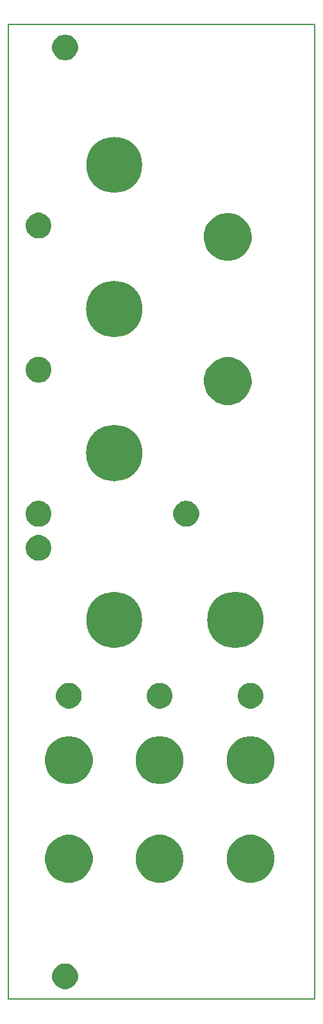
<source format=gbr>
%TF.GenerationSoftware,KiCad,Pcbnew,(5.0.1)-3*%
%TF.CreationDate,2019-04-27T14:44:02+01:00*%
%TF.ProjectId,Fractional clock divider panel,4672616374696F6E616C20636C6F636B,rev?*%
%TF.SameCoordinates,Original*%
%TF.FileFunction,Soldermask,Top*%
%TF.FilePolarity,Negative*%
%FSLAX46Y46*%
G04 Gerber Fmt 4.6, Leading zero omitted, Abs format (unit mm)*
G04 Created by KiCad (PCBNEW (5.0.1)-3) date 27/04/2019 14:44:02*
%MOMM*%
%LPD*%
G01*
G04 APERTURE LIST*
%ADD10C,0.150000*%
%ADD11C,0.100000*%
G04 APERTURE END LIST*
D10*
X51640055Y-94500000D02*
G75*
G03X51640055Y-94500000I-3640055J0D01*
G01*
X35605551Y-94500000D02*
G75*
G03X35605551Y-94500000I-3605551J0D01*
G01*
X35640055Y-72500000D02*
G75*
G03X35640055Y-72500000I-3640055J0D01*
G01*
X35640055Y-53500000D02*
G75*
G03X35640055Y-53500000I-3640055J0D01*
G01*
X35605551Y-34500000D02*
G75*
G03X35605551Y-34500000I-3605551J0D01*
G01*
X18000000Y-144500000D02*
X18000000Y-16000000D01*
X58500000Y-144500000D02*
X18000000Y-144500000D01*
X18000000Y-16000000D02*
X58500000Y-16000000D01*
X58500000Y-16000000D02*
X58500000Y-144500000D01*
D11*
G36*
X25996160Y-139864368D02*
X25996162Y-139864369D01*
X25996163Y-139864369D01*
X26110514Y-139911735D01*
X26305726Y-139992594D01*
X26584327Y-140178749D01*
X26821251Y-140415673D01*
X27007406Y-140694274D01*
X27135632Y-141003840D01*
X27201000Y-141332465D01*
X27201000Y-141667535D01*
X27135632Y-141996160D01*
X27007406Y-142305726D01*
X26821251Y-142584327D01*
X26584327Y-142821251D01*
X26305726Y-143007406D01*
X26110514Y-143088265D01*
X25996163Y-143135631D01*
X25996162Y-143135631D01*
X25996160Y-143135632D01*
X25667535Y-143201000D01*
X25332465Y-143201000D01*
X25003840Y-143135632D01*
X25003838Y-143135631D01*
X25003837Y-143135631D01*
X24889486Y-143088265D01*
X24694274Y-143007406D01*
X24415673Y-142821251D01*
X24178749Y-142584327D01*
X23992594Y-142305726D01*
X23864368Y-141996160D01*
X23799000Y-141667535D01*
X23799000Y-141332465D01*
X23864368Y-141003840D01*
X23992594Y-140694274D01*
X24178749Y-140415673D01*
X24415673Y-140178749D01*
X24694274Y-139992594D01*
X24889486Y-139911735D01*
X25003837Y-139864369D01*
X25003838Y-139864369D01*
X25003840Y-139864368D01*
X25332465Y-139799000D01*
X25667535Y-139799000D01*
X25996160Y-139864368D01*
X25996160Y-139864368D01*
G37*
G36*
X50716191Y-122929727D02*
X50919113Y-122970091D01*
X51492558Y-123207620D01*
X52005165Y-123550134D01*
X52008648Y-123552461D01*
X52447539Y-123991352D01*
X52447541Y-123991355D01*
X52792380Y-124507442D01*
X53029909Y-125080887D01*
X53151000Y-125689654D01*
X53151000Y-126310346D01*
X53029909Y-126919113D01*
X52792380Y-127492558D01*
X52449866Y-128005165D01*
X52447539Y-128008648D01*
X52008648Y-128447539D01*
X52008645Y-128447541D01*
X51492558Y-128792380D01*
X50919113Y-129029909D01*
X50716191Y-129070273D01*
X50310348Y-129151000D01*
X49689652Y-129151000D01*
X49283809Y-129070273D01*
X49080887Y-129029909D01*
X48507442Y-128792380D01*
X47991355Y-128447541D01*
X47991352Y-128447539D01*
X47552461Y-128008648D01*
X47550134Y-128005165D01*
X47207620Y-127492558D01*
X46970091Y-126919113D01*
X46849000Y-126310346D01*
X46849000Y-125689654D01*
X46970091Y-125080887D01*
X47207620Y-124507442D01*
X47552459Y-123991355D01*
X47552461Y-123991352D01*
X47991352Y-123552461D01*
X47994835Y-123550134D01*
X48507442Y-123207620D01*
X49080887Y-122970091D01*
X49283809Y-122929727D01*
X49689652Y-122849000D01*
X50310348Y-122849000D01*
X50716191Y-122929727D01*
X50716191Y-122929727D01*
G37*
G36*
X38716191Y-122929727D02*
X38919113Y-122970091D01*
X39492558Y-123207620D01*
X40005165Y-123550134D01*
X40008648Y-123552461D01*
X40447539Y-123991352D01*
X40447541Y-123991355D01*
X40792380Y-124507442D01*
X41029909Y-125080887D01*
X41151000Y-125689654D01*
X41151000Y-126310346D01*
X41029909Y-126919113D01*
X40792380Y-127492558D01*
X40449866Y-128005165D01*
X40447539Y-128008648D01*
X40008648Y-128447539D01*
X40008645Y-128447541D01*
X39492558Y-128792380D01*
X38919113Y-129029909D01*
X38716191Y-129070273D01*
X38310348Y-129151000D01*
X37689652Y-129151000D01*
X37283809Y-129070273D01*
X37080887Y-129029909D01*
X36507442Y-128792380D01*
X35991355Y-128447541D01*
X35991352Y-128447539D01*
X35552461Y-128008648D01*
X35550134Y-128005165D01*
X35207620Y-127492558D01*
X34970091Y-126919113D01*
X34849000Y-126310346D01*
X34849000Y-125689654D01*
X34970091Y-125080887D01*
X35207620Y-124507442D01*
X35552459Y-123991355D01*
X35552461Y-123991352D01*
X35991352Y-123552461D01*
X35994835Y-123550134D01*
X36507442Y-123207620D01*
X37080887Y-122970091D01*
X37283809Y-122929727D01*
X37689652Y-122849000D01*
X38310348Y-122849000D01*
X38716191Y-122929727D01*
X38716191Y-122929727D01*
G37*
G36*
X26716191Y-122929727D02*
X26919113Y-122970091D01*
X27492558Y-123207620D01*
X28005165Y-123550134D01*
X28008648Y-123552461D01*
X28447539Y-123991352D01*
X28447541Y-123991355D01*
X28792380Y-124507442D01*
X29029909Y-125080887D01*
X29151000Y-125689654D01*
X29151000Y-126310346D01*
X29029909Y-126919113D01*
X28792380Y-127492558D01*
X28449866Y-128005165D01*
X28447539Y-128008648D01*
X28008648Y-128447539D01*
X28008645Y-128447541D01*
X27492558Y-128792380D01*
X26919113Y-129029909D01*
X26716191Y-129070273D01*
X26310348Y-129151000D01*
X25689652Y-129151000D01*
X25283809Y-129070273D01*
X25080887Y-129029909D01*
X24507442Y-128792380D01*
X23991355Y-128447541D01*
X23991352Y-128447539D01*
X23552461Y-128008648D01*
X23550134Y-128005165D01*
X23207620Y-127492558D01*
X22970091Y-126919113D01*
X22849000Y-126310346D01*
X22849000Y-125689654D01*
X22970091Y-125080887D01*
X23207620Y-124507442D01*
X23552459Y-123991355D01*
X23552461Y-123991352D01*
X23991352Y-123552461D01*
X23994835Y-123550134D01*
X24507442Y-123207620D01*
X25080887Y-122970091D01*
X25283809Y-122929727D01*
X25689652Y-122849000D01*
X26310348Y-122849000D01*
X26716191Y-122929727D01*
X26716191Y-122929727D01*
G37*
G36*
X38716191Y-109929727D02*
X38919113Y-109970091D01*
X39492558Y-110207620D01*
X40005165Y-110550134D01*
X40008648Y-110552461D01*
X40447539Y-110991352D01*
X40447541Y-110991355D01*
X40792380Y-111507442D01*
X41029909Y-112080887D01*
X41151000Y-112689654D01*
X41151000Y-113310346D01*
X41029909Y-113919113D01*
X40792380Y-114492558D01*
X40449866Y-115005165D01*
X40447539Y-115008648D01*
X40008648Y-115447539D01*
X40008645Y-115447541D01*
X39492558Y-115792380D01*
X38919113Y-116029909D01*
X38716191Y-116070273D01*
X38310348Y-116151000D01*
X37689652Y-116151000D01*
X37283809Y-116070273D01*
X37080887Y-116029909D01*
X36507442Y-115792380D01*
X35991355Y-115447541D01*
X35991352Y-115447539D01*
X35552461Y-115008648D01*
X35550134Y-115005165D01*
X35207620Y-114492558D01*
X34970091Y-113919113D01*
X34849000Y-113310346D01*
X34849000Y-112689654D01*
X34970091Y-112080887D01*
X35207620Y-111507442D01*
X35552459Y-110991355D01*
X35552461Y-110991352D01*
X35991352Y-110552461D01*
X35994835Y-110550134D01*
X36507442Y-110207620D01*
X37080887Y-109970091D01*
X37283809Y-109929727D01*
X37689652Y-109849000D01*
X38310348Y-109849000D01*
X38716191Y-109929727D01*
X38716191Y-109929727D01*
G37*
G36*
X50716191Y-109929727D02*
X50919113Y-109970091D01*
X51492558Y-110207620D01*
X52005165Y-110550134D01*
X52008648Y-110552461D01*
X52447539Y-110991352D01*
X52447541Y-110991355D01*
X52792380Y-111507442D01*
X53029909Y-112080887D01*
X53151000Y-112689654D01*
X53151000Y-113310346D01*
X53029909Y-113919113D01*
X52792380Y-114492558D01*
X52449866Y-115005165D01*
X52447539Y-115008648D01*
X52008648Y-115447539D01*
X52008645Y-115447541D01*
X51492558Y-115792380D01*
X50919113Y-116029909D01*
X50716191Y-116070273D01*
X50310348Y-116151000D01*
X49689652Y-116151000D01*
X49283809Y-116070273D01*
X49080887Y-116029909D01*
X48507442Y-115792380D01*
X47991355Y-115447541D01*
X47991352Y-115447539D01*
X47552461Y-115008648D01*
X47550134Y-115005165D01*
X47207620Y-114492558D01*
X46970091Y-113919113D01*
X46849000Y-113310346D01*
X46849000Y-112689654D01*
X46970091Y-112080887D01*
X47207620Y-111507442D01*
X47552459Y-110991355D01*
X47552461Y-110991352D01*
X47991352Y-110552461D01*
X47994835Y-110550134D01*
X48507442Y-110207620D01*
X49080887Y-109970091D01*
X49283809Y-109929727D01*
X49689652Y-109849000D01*
X50310348Y-109849000D01*
X50716191Y-109929727D01*
X50716191Y-109929727D01*
G37*
G36*
X26716191Y-109929727D02*
X26919113Y-109970091D01*
X27492558Y-110207620D01*
X28005165Y-110550134D01*
X28008648Y-110552461D01*
X28447539Y-110991352D01*
X28447541Y-110991355D01*
X28792380Y-111507442D01*
X29029909Y-112080887D01*
X29151000Y-112689654D01*
X29151000Y-113310346D01*
X29029909Y-113919113D01*
X28792380Y-114492558D01*
X28449866Y-115005165D01*
X28447539Y-115008648D01*
X28008648Y-115447539D01*
X28008645Y-115447541D01*
X27492558Y-115792380D01*
X26919113Y-116029909D01*
X26716191Y-116070273D01*
X26310348Y-116151000D01*
X25689652Y-116151000D01*
X25283809Y-116070273D01*
X25080887Y-116029909D01*
X24507442Y-115792380D01*
X23991355Y-115447541D01*
X23991352Y-115447539D01*
X23552461Y-115008648D01*
X23550134Y-115005165D01*
X23207620Y-114492558D01*
X22970091Y-113919113D01*
X22849000Y-113310346D01*
X22849000Y-112689654D01*
X22970091Y-112080887D01*
X23207620Y-111507442D01*
X23552459Y-110991355D01*
X23552461Y-110991352D01*
X23991352Y-110552461D01*
X23994835Y-110550134D01*
X24507442Y-110207620D01*
X25080887Y-109970091D01*
X25283809Y-109929727D01*
X25689652Y-109849000D01*
X26310348Y-109849000D01*
X26716191Y-109929727D01*
X26716191Y-109929727D01*
G37*
G36*
X50496160Y-102864368D02*
X50496162Y-102864369D01*
X50496163Y-102864369D01*
X50610514Y-102911735D01*
X50805726Y-102992594D01*
X51084327Y-103178749D01*
X51321251Y-103415673D01*
X51507406Y-103694274D01*
X51635632Y-104003840D01*
X51701000Y-104332465D01*
X51701000Y-104667535D01*
X51635632Y-104996160D01*
X51507406Y-105305726D01*
X51321251Y-105584327D01*
X51084327Y-105821251D01*
X50805726Y-106007406D01*
X50610514Y-106088265D01*
X50496163Y-106135631D01*
X50496162Y-106135631D01*
X50496160Y-106135632D01*
X50167535Y-106201000D01*
X49832465Y-106201000D01*
X49503840Y-106135632D01*
X49503838Y-106135631D01*
X49503837Y-106135631D01*
X49389486Y-106088265D01*
X49194274Y-106007406D01*
X48915673Y-105821251D01*
X48678749Y-105584327D01*
X48492594Y-105305726D01*
X48364368Y-104996160D01*
X48299000Y-104667535D01*
X48299000Y-104332465D01*
X48364368Y-104003840D01*
X48492594Y-103694274D01*
X48678749Y-103415673D01*
X48915673Y-103178749D01*
X49194274Y-102992594D01*
X49389486Y-102911735D01*
X49503837Y-102864369D01*
X49503838Y-102864369D01*
X49503840Y-102864368D01*
X49832465Y-102799000D01*
X50167535Y-102799000D01*
X50496160Y-102864368D01*
X50496160Y-102864368D01*
G37*
G36*
X26496160Y-102864368D02*
X26496162Y-102864369D01*
X26496163Y-102864369D01*
X26610514Y-102911735D01*
X26805726Y-102992594D01*
X27084327Y-103178749D01*
X27321251Y-103415673D01*
X27507406Y-103694274D01*
X27635632Y-104003840D01*
X27701000Y-104332465D01*
X27701000Y-104667535D01*
X27635632Y-104996160D01*
X27507406Y-105305726D01*
X27321251Y-105584327D01*
X27084327Y-105821251D01*
X26805726Y-106007406D01*
X26610514Y-106088265D01*
X26496163Y-106135631D01*
X26496162Y-106135631D01*
X26496160Y-106135632D01*
X26167535Y-106201000D01*
X25832465Y-106201000D01*
X25503840Y-106135632D01*
X25503838Y-106135631D01*
X25503837Y-106135631D01*
X25389486Y-106088265D01*
X25194274Y-106007406D01*
X24915673Y-105821251D01*
X24678749Y-105584327D01*
X24492594Y-105305726D01*
X24364368Y-104996160D01*
X24299000Y-104667535D01*
X24299000Y-104332465D01*
X24364368Y-104003840D01*
X24492594Y-103694274D01*
X24678749Y-103415673D01*
X24915673Y-103178749D01*
X25194274Y-102992594D01*
X25389486Y-102911735D01*
X25503837Y-102864369D01*
X25503838Y-102864369D01*
X25503840Y-102864368D01*
X25832465Y-102799000D01*
X26167535Y-102799000D01*
X26496160Y-102864368D01*
X26496160Y-102864368D01*
G37*
G36*
X38496160Y-102864368D02*
X38496162Y-102864369D01*
X38496163Y-102864369D01*
X38610514Y-102911735D01*
X38805726Y-102992594D01*
X39084327Y-103178749D01*
X39321251Y-103415673D01*
X39507406Y-103694274D01*
X39635632Y-104003840D01*
X39701000Y-104332465D01*
X39701000Y-104667535D01*
X39635632Y-104996160D01*
X39507406Y-105305726D01*
X39321251Y-105584327D01*
X39084327Y-105821251D01*
X38805726Y-106007406D01*
X38610514Y-106088265D01*
X38496163Y-106135631D01*
X38496162Y-106135631D01*
X38496160Y-106135632D01*
X38167535Y-106201000D01*
X37832465Y-106201000D01*
X37503840Y-106135632D01*
X37503838Y-106135631D01*
X37503837Y-106135631D01*
X37389486Y-106088265D01*
X37194274Y-106007406D01*
X36915673Y-105821251D01*
X36678749Y-105584327D01*
X36492594Y-105305726D01*
X36364368Y-104996160D01*
X36299000Y-104667535D01*
X36299000Y-104332465D01*
X36364368Y-104003840D01*
X36492594Y-103694274D01*
X36678749Y-103415673D01*
X36915673Y-103178749D01*
X37194274Y-102992594D01*
X37389486Y-102911735D01*
X37503837Y-102864369D01*
X37503838Y-102864369D01*
X37503840Y-102864368D01*
X37832465Y-102799000D01*
X38167535Y-102799000D01*
X38496160Y-102864368D01*
X38496160Y-102864368D01*
G37*
G36*
X32594714Y-90895769D02*
X33064958Y-90989306D01*
X33729397Y-91264525D01*
X34327377Y-91664083D01*
X34835917Y-92172623D01*
X35235475Y-92770603D01*
X35510694Y-93435042D01*
X35651000Y-94140408D01*
X35651000Y-94859592D01*
X35510694Y-95564958D01*
X35235475Y-96229397D01*
X34835917Y-96827377D01*
X34327377Y-97335917D01*
X33729397Y-97735475D01*
X33064958Y-98010694D01*
X32594714Y-98104231D01*
X32359593Y-98151000D01*
X31640407Y-98151000D01*
X31405286Y-98104231D01*
X30935042Y-98010694D01*
X30270603Y-97735475D01*
X29672623Y-97335917D01*
X29164083Y-96827377D01*
X28764525Y-96229397D01*
X28489306Y-95564958D01*
X28349000Y-94859592D01*
X28349000Y-94140408D01*
X28489306Y-93435042D01*
X28764525Y-92770603D01*
X29164083Y-92172623D01*
X29672623Y-91664083D01*
X30270603Y-91264525D01*
X30935042Y-90989306D01*
X31405286Y-90895769D01*
X31640407Y-90849000D01*
X32359593Y-90849000D01*
X32594714Y-90895769D01*
X32594714Y-90895769D01*
G37*
G36*
X48594714Y-90895769D02*
X49064958Y-90989306D01*
X49729397Y-91264525D01*
X50327377Y-91664083D01*
X50835917Y-92172623D01*
X51235475Y-92770603D01*
X51510694Y-93435042D01*
X51651000Y-94140408D01*
X51651000Y-94859592D01*
X51510694Y-95564958D01*
X51235475Y-96229397D01*
X50835917Y-96827377D01*
X50327377Y-97335917D01*
X49729397Y-97735475D01*
X49064958Y-98010694D01*
X48594714Y-98104231D01*
X48359593Y-98151000D01*
X47640407Y-98151000D01*
X47405286Y-98104231D01*
X46935042Y-98010694D01*
X46270603Y-97735475D01*
X45672623Y-97335917D01*
X45164083Y-96827377D01*
X44764525Y-96229397D01*
X44489306Y-95564958D01*
X44349000Y-94859592D01*
X44349000Y-94140408D01*
X44489306Y-93435042D01*
X44764525Y-92770603D01*
X45164083Y-92172623D01*
X45672623Y-91664083D01*
X46270603Y-91264525D01*
X46935042Y-90989306D01*
X47405286Y-90895769D01*
X47640407Y-90849000D01*
X48359593Y-90849000D01*
X48594714Y-90895769D01*
X48594714Y-90895769D01*
G37*
G36*
X22496160Y-83364368D02*
X22496162Y-83364369D01*
X22496163Y-83364369D01*
X22610514Y-83411735D01*
X22805726Y-83492594D01*
X23084327Y-83678749D01*
X23321251Y-83915673D01*
X23507406Y-84194274D01*
X23635632Y-84503840D01*
X23701000Y-84832465D01*
X23701000Y-85167535D01*
X23635632Y-85496160D01*
X23507406Y-85805726D01*
X23321251Y-86084327D01*
X23084327Y-86321251D01*
X22805726Y-86507406D01*
X22610514Y-86588265D01*
X22496163Y-86635631D01*
X22496162Y-86635631D01*
X22496160Y-86635632D01*
X22167535Y-86701000D01*
X21832465Y-86701000D01*
X21503840Y-86635632D01*
X21503838Y-86635631D01*
X21503837Y-86635631D01*
X21389486Y-86588265D01*
X21194274Y-86507406D01*
X20915673Y-86321251D01*
X20678749Y-86084327D01*
X20492594Y-85805726D01*
X20364368Y-85496160D01*
X20299000Y-85167535D01*
X20299000Y-84832465D01*
X20364368Y-84503840D01*
X20492594Y-84194274D01*
X20678749Y-83915673D01*
X20915673Y-83678749D01*
X21194274Y-83492594D01*
X21389486Y-83411735D01*
X21503837Y-83364369D01*
X21503838Y-83364369D01*
X21503840Y-83364368D01*
X21832465Y-83299000D01*
X22167535Y-83299000D01*
X22496160Y-83364368D01*
X22496160Y-83364368D01*
G37*
G36*
X22496160Y-78864368D02*
X22496162Y-78864369D01*
X22496163Y-78864369D01*
X22610514Y-78911735D01*
X22805726Y-78992594D01*
X23084327Y-79178749D01*
X23321251Y-79415673D01*
X23507406Y-79694274D01*
X23635632Y-80003840D01*
X23701000Y-80332465D01*
X23701000Y-80667535D01*
X23635632Y-80996160D01*
X23507406Y-81305726D01*
X23321251Y-81584327D01*
X23084327Y-81821251D01*
X22805726Y-82007406D01*
X22610514Y-82088265D01*
X22496163Y-82135631D01*
X22496162Y-82135631D01*
X22496160Y-82135632D01*
X22167535Y-82201000D01*
X21832465Y-82201000D01*
X21503840Y-82135632D01*
X21503838Y-82135631D01*
X21503837Y-82135631D01*
X21389486Y-82088265D01*
X21194274Y-82007406D01*
X20915673Y-81821251D01*
X20678749Y-81584327D01*
X20492594Y-81305726D01*
X20364368Y-80996160D01*
X20299000Y-80667535D01*
X20299000Y-80332465D01*
X20364368Y-80003840D01*
X20492594Y-79694274D01*
X20678749Y-79415673D01*
X20915673Y-79178749D01*
X21194274Y-78992594D01*
X21389486Y-78911735D01*
X21503837Y-78864369D01*
X21503838Y-78864369D01*
X21503840Y-78864368D01*
X21832465Y-78799000D01*
X22167535Y-78799000D01*
X22496160Y-78864368D01*
X22496160Y-78864368D01*
G37*
G36*
X41996160Y-78864368D02*
X41996162Y-78864369D01*
X41996163Y-78864369D01*
X42110514Y-78911735D01*
X42305726Y-78992594D01*
X42584327Y-79178749D01*
X42821251Y-79415673D01*
X43007406Y-79694274D01*
X43135632Y-80003840D01*
X43201000Y-80332465D01*
X43201000Y-80667535D01*
X43135632Y-80996160D01*
X43007406Y-81305726D01*
X42821251Y-81584327D01*
X42584327Y-81821251D01*
X42305726Y-82007406D01*
X42110514Y-82088265D01*
X41996163Y-82135631D01*
X41996162Y-82135631D01*
X41996160Y-82135632D01*
X41667535Y-82201000D01*
X41332465Y-82201000D01*
X41003840Y-82135632D01*
X41003838Y-82135631D01*
X41003837Y-82135631D01*
X40889486Y-82088265D01*
X40694274Y-82007406D01*
X40415673Y-81821251D01*
X40178749Y-81584327D01*
X39992594Y-81305726D01*
X39864368Y-80996160D01*
X39799000Y-80667535D01*
X39799000Y-80332465D01*
X39864368Y-80003840D01*
X39992594Y-79694274D01*
X40178749Y-79415673D01*
X40415673Y-79178749D01*
X40694274Y-78992594D01*
X40889486Y-78911735D01*
X41003837Y-78864369D01*
X41003838Y-78864369D01*
X41003840Y-78864368D01*
X41332465Y-78799000D01*
X41667535Y-78799000D01*
X41996160Y-78864368D01*
X41996160Y-78864368D01*
G37*
G36*
X32594714Y-68895769D02*
X33064958Y-68989306D01*
X33729397Y-69264525D01*
X34327377Y-69664083D01*
X34835917Y-70172623D01*
X35235475Y-70770603D01*
X35510694Y-71435042D01*
X35651000Y-72140408D01*
X35651000Y-72859592D01*
X35510694Y-73564958D01*
X35235475Y-74229397D01*
X34835917Y-74827377D01*
X34327377Y-75335917D01*
X33729397Y-75735475D01*
X33064958Y-76010694D01*
X32594714Y-76104231D01*
X32359593Y-76151000D01*
X31640407Y-76151000D01*
X31405286Y-76104231D01*
X30935042Y-76010694D01*
X30270603Y-75735475D01*
X29672623Y-75335917D01*
X29164083Y-74827377D01*
X28764525Y-74229397D01*
X28489306Y-73564958D01*
X28349000Y-72859592D01*
X28349000Y-72140408D01*
X28489306Y-71435042D01*
X28764525Y-70770603D01*
X29164083Y-70172623D01*
X29672623Y-69664083D01*
X30270603Y-69264525D01*
X30935042Y-68989306D01*
X31405286Y-68895769D01*
X31640407Y-68849000D01*
X32359593Y-68849000D01*
X32594714Y-68895769D01*
X32594714Y-68895769D01*
G37*
G36*
X47716191Y-59929727D02*
X47919113Y-59970091D01*
X48492558Y-60207620D01*
X48803935Y-60415676D01*
X49008648Y-60552461D01*
X49447539Y-60991352D01*
X49447541Y-60991355D01*
X49792380Y-61507442D01*
X49994815Y-61996163D01*
X50029909Y-62080888D01*
X50130050Y-62584327D01*
X50151000Y-62689654D01*
X50151000Y-63310346D01*
X50029909Y-63919113D01*
X49792380Y-64492558D01*
X49449866Y-65005165D01*
X49447539Y-65008648D01*
X49008648Y-65447539D01*
X49008645Y-65447541D01*
X48492558Y-65792380D01*
X47919113Y-66029909D01*
X47716191Y-66070273D01*
X47310348Y-66151000D01*
X46689652Y-66151000D01*
X46283809Y-66070273D01*
X46080887Y-66029909D01*
X45507442Y-65792380D01*
X44991355Y-65447541D01*
X44991352Y-65447539D01*
X44552461Y-65008648D01*
X44550134Y-65005165D01*
X44207620Y-64492558D01*
X43970091Y-63919113D01*
X43849000Y-63310346D01*
X43849000Y-62689654D01*
X43869951Y-62584327D01*
X43970091Y-62080888D01*
X44005185Y-61996163D01*
X44207620Y-61507442D01*
X44552459Y-60991355D01*
X44552461Y-60991352D01*
X44991352Y-60552461D01*
X45196065Y-60415676D01*
X45507442Y-60207620D01*
X46080887Y-59970091D01*
X46283809Y-59929727D01*
X46689652Y-59849000D01*
X47310348Y-59849000D01*
X47716191Y-59929727D01*
X47716191Y-59929727D01*
G37*
G36*
X22496160Y-59864368D02*
X22496162Y-59864369D01*
X22496163Y-59864369D01*
X22610514Y-59911735D01*
X22805726Y-59992594D01*
X23084327Y-60178749D01*
X23321251Y-60415673D01*
X23507406Y-60694274D01*
X23507406Y-60694275D01*
X23630460Y-60991352D01*
X23635632Y-61003840D01*
X23701000Y-61332465D01*
X23701000Y-61667535D01*
X23635632Y-61996160D01*
X23507406Y-62305726D01*
X23321251Y-62584327D01*
X23084327Y-62821251D01*
X22805726Y-63007406D01*
X22610514Y-63088265D01*
X22496163Y-63135631D01*
X22496162Y-63135631D01*
X22496160Y-63135632D01*
X22167535Y-63201000D01*
X21832465Y-63201000D01*
X21503840Y-63135632D01*
X21503838Y-63135631D01*
X21503837Y-63135631D01*
X21389486Y-63088265D01*
X21194274Y-63007406D01*
X20915673Y-62821251D01*
X20678749Y-62584327D01*
X20492594Y-62305726D01*
X20364368Y-61996160D01*
X20299000Y-61667535D01*
X20299000Y-61332465D01*
X20364368Y-61003840D01*
X20369541Y-60991352D01*
X20492594Y-60694275D01*
X20492594Y-60694274D01*
X20678749Y-60415673D01*
X20915673Y-60178749D01*
X21194274Y-59992594D01*
X21389486Y-59911735D01*
X21503837Y-59864369D01*
X21503838Y-59864369D01*
X21503840Y-59864368D01*
X21832465Y-59799000D01*
X22167535Y-59799000D01*
X22496160Y-59864368D01*
X22496160Y-59864368D01*
G37*
G36*
X32594714Y-49895769D02*
X33064958Y-49989306D01*
X33729397Y-50264525D01*
X34327377Y-50664083D01*
X34835917Y-51172623D01*
X35235475Y-51770603D01*
X35510694Y-52435042D01*
X35651000Y-53140408D01*
X35651000Y-53859592D01*
X35510694Y-54564958D01*
X35235475Y-55229397D01*
X34835917Y-55827377D01*
X34327377Y-56335917D01*
X33729397Y-56735475D01*
X33064958Y-57010694D01*
X32594714Y-57104231D01*
X32359593Y-57151000D01*
X31640407Y-57151000D01*
X31405286Y-57104231D01*
X30935042Y-57010694D01*
X30270603Y-56735475D01*
X29672623Y-56335917D01*
X29164083Y-55827377D01*
X28764525Y-55229397D01*
X28489306Y-54564958D01*
X28349000Y-53859592D01*
X28349000Y-53140408D01*
X28489306Y-52435042D01*
X28764525Y-51770603D01*
X29164083Y-51172623D01*
X29672623Y-50664083D01*
X30270603Y-50264525D01*
X30935042Y-49989306D01*
X31405286Y-49895769D01*
X31640407Y-49849000D01*
X32359593Y-49849000D01*
X32594714Y-49895769D01*
X32594714Y-49895769D01*
G37*
G36*
X47716191Y-40929727D02*
X47919113Y-40970091D01*
X48492558Y-41207620D01*
X48803935Y-41415676D01*
X49008648Y-41552461D01*
X49447539Y-41991352D01*
X49447541Y-41991355D01*
X49792380Y-42507442D01*
X49994815Y-42996163D01*
X50029909Y-43080888D01*
X50130050Y-43584327D01*
X50151000Y-43689654D01*
X50151000Y-44310346D01*
X50029909Y-44919113D01*
X49792380Y-45492558D01*
X49449866Y-46005165D01*
X49447539Y-46008648D01*
X49008648Y-46447539D01*
X49008645Y-46447541D01*
X48492558Y-46792380D01*
X47919113Y-47029909D01*
X47716191Y-47070273D01*
X47310348Y-47151000D01*
X46689652Y-47151000D01*
X46283809Y-47070273D01*
X46080887Y-47029909D01*
X45507442Y-46792380D01*
X44991355Y-46447541D01*
X44991352Y-46447539D01*
X44552461Y-46008648D01*
X44550134Y-46005165D01*
X44207620Y-45492558D01*
X43970091Y-44919113D01*
X43849000Y-44310346D01*
X43849000Y-43689654D01*
X43869951Y-43584327D01*
X43970091Y-43080888D01*
X44005185Y-42996163D01*
X44207620Y-42507442D01*
X44552459Y-41991355D01*
X44552461Y-41991352D01*
X44991352Y-41552461D01*
X45196065Y-41415676D01*
X45507442Y-41207620D01*
X46080887Y-40970091D01*
X46283809Y-40929727D01*
X46689652Y-40849000D01*
X47310348Y-40849000D01*
X47716191Y-40929727D01*
X47716191Y-40929727D01*
G37*
G36*
X22496160Y-40864368D02*
X22496162Y-40864369D01*
X22496163Y-40864369D01*
X22610514Y-40911735D01*
X22805726Y-40992594D01*
X23084327Y-41178749D01*
X23321251Y-41415673D01*
X23507406Y-41694274D01*
X23507406Y-41694275D01*
X23630460Y-41991352D01*
X23635632Y-42003840D01*
X23701000Y-42332465D01*
X23701000Y-42667535D01*
X23635632Y-42996160D01*
X23507406Y-43305726D01*
X23321251Y-43584327D01*
X23084327Y-43821251D01*
X22805726Y-44007406D01*
X22610514Y-44088265D01*
X22496163Y-44135631D01*
X22496162Y-44135631D01*
X22496160Y-44135632D01*
X22167535Y-44201000D01*
X21832465Y-44201000D01*
X21503840Y-44135632D01*
X21503838Y-44135631D01*
X21503837Y-44135631D01*
X21389486Y-44088265D01*
X21194274Y-44007406D01*
X20915673Y-43821251D01*
X20678749Y-43584327D01*
X20492594Y-43305726D01*
X20364368Y-42996160D01*
X20299000Y-42667535D01*
X20299000Y-42332465D01*
X20364368Y-42003840D01*
X20369541Y-41991352D01*
X20492594Y-41694275D01*
X20492594Y-41694274D01*
X20678749Y-41415673D01*
X20915673Y-41178749D01*
X21194274Y-40992594D01*
X21389486Y-40911735D01*
X21503837Y-40864369D01*
X21503838Y-40864369D01*
X21503840Y-40864368D01*
X21832465Y-40799000D01*
X22167535Y-40799000D01*
X22496160Y-40864368D01*
X22496160Y-40864368D01*
G37*
G36*
X32594714Y-30895769D02*
X33064958Y-30989306D01*
X33729397Y-31264525D01*
X34327377Y-31664083D01*
X34835917Y-32172623D01*
X35235475Y-32770603D01*
X35510694Y-33435042D01*
X35651000Y-34140408D01*
X35651000Y-34859592D01*
X35510694Y-35564958D01*
X35235475Y-36229397D01*
X34835917Y-36827377D01*
X34327377Y-37335917D01*
X33729397Y-37735475D01*
X33064958Y-38010694D01*
X32594714Y-38104231D01*
X32359593Y-38151000D01*
X31640407Y-38151000D01*
X31405286Y-38104231D01*
X30935042Y-38010694D01*
X30270603Y-37735475D01*
X29672623Y-37335917D01*
X29164083Y-36827377D01*
X28764525Y-36229397D01*
X28489306Y-35564958D01*
X28349000Y-34859592D01*
X28349000Y-34140408D01*
X28489306Y-33435042D01*
X28764525Y-32770603D01*
X29164083Y-32172623D01*
X29672623Y-31664083D01*
X30270603Y-31264525D01*
X30935042Y-30989306D01*
X31405286Y-30895769D01*
X31640407Y-30849000D01*
X32359593Y-30849000D01*
X32594714Y-30895769D01*
X32594714Y-30895769D01*
G37*
G36*
X25996160Y-17364368D02*
X25996162Y-17364369D01*
X25996163Y-17364369D01*
X26110514Y-17411735D01*
X26305726Y-17492594D01*
X26584327Y-17678749D01*
X26821251Y-17915673D01*
X27007406Y-18194274D01*
X27135632Y-18503840D01*
X27201000Y-18832465D01*
X27201000Y-19167535D01*
X27135632Y-19496160D01*
X27007406Y-19805726D01*
X26821251Y-20084327D01*
X26584327Y-20321251D01*
X26305726Y-20507406D01*
X26110514Y-20588265D01*
X25996163Y-20635631D01*
X25996162Y-20635631D01*
X25996160Y-20635632D01*
X25667535Y-20701000D01*
X25332465Y-20701000D01*
X25003840Y-20635632D01*
X25003838Y-20635631D01*
X25003837Y-20635631D01*
X24889486Y-20588265D01*
X24694274Y-20507406D01*
X24415673Y-20321251D01*
X24178749Y-20084327D01*
X23992594Y-19805726D01*
X23864368Y-19496160D01*
X23799000Y-19167535D01*
X23799000Y-18832465D01*
X23864368Y-18503840D01*
X23992594Y-18194274D01*
X24178749Y-17915673D01*
X24415673Y-17678749D01*
X24694274Y-17492594D01*
X24889486Y-17411735D01*
X25003837Y-17364369D01*
X25003838Y-17364369D01*
X25003840Y-17364368D01*
X25332465Y-17299000D01*
X25667535Y-17299000D01*
X25996160Y-17364368D01*
X25996160Y-17364368D01*
G37*
M02*

</source>
